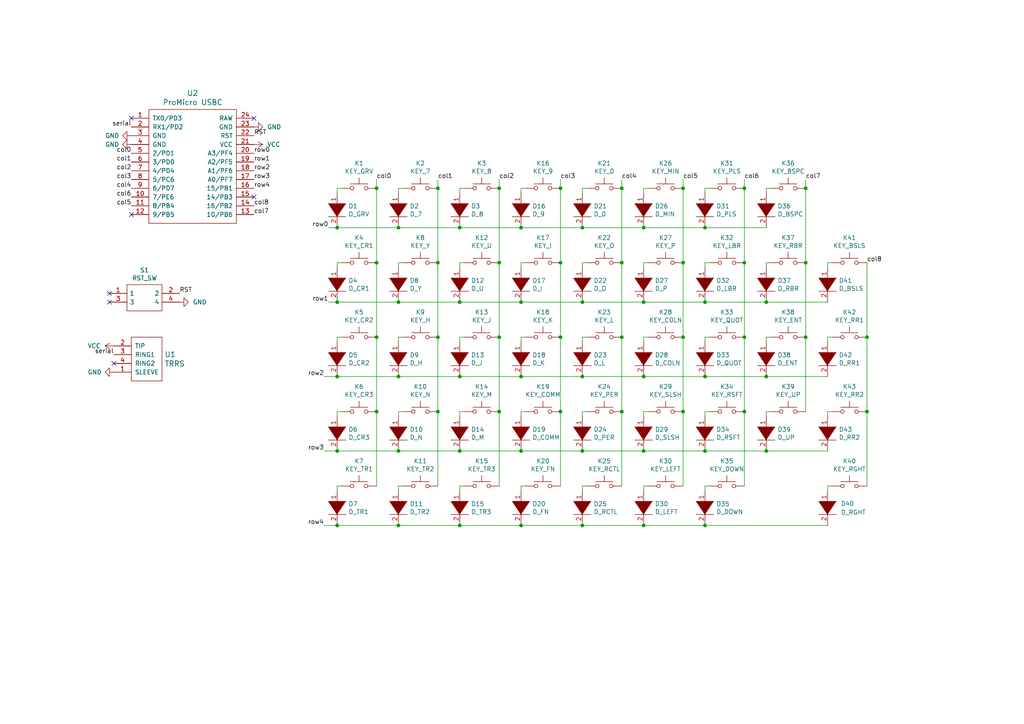
<source format=kicad_sch>
(kicad_sch (version 20211123) (generator eeschema)
  (paper "A4")
  (lib_symbols
    (symbol "Switch:SW_Push" (pin_numbers hide) (pin_names (offset 1.016) hide)
      (property "Reference" "SW" (at 1.27 2.54 0))
      (property "Value" "SW_Push" (at 0 -1.524 0))
      (symbol "SW_Push_0_1"
        (circle (center -2.032 0) (radius 0.508))
        (polyline (pts (xy 0 1.27) (xy 0 3.048)))
        (polyline (pts (xy 2.54 1.27) (xy -2.54 1.27)))
        (circle (center 2.032 0) (radius 0.508))
        (pin passive line (at -5.08 0 0) (length 2.54) (name "1") (number "1"))
        (pin passive line (at 5.08 0 180) (length 2.54) (name "2") (number "2"))
      )
    )
    (symbol "keebio:ProMicro_usbc_alibaba" (pin_names (offset 1.016))
      (property "Reference" "U" (at 0 0 0))
      (property "Value" "ProMicro_usbc_alibaba" (at 0 -19.05 0))
      (symbol "ProMicro_usbc_alibaba_0_1"
        (rectangle (start -12.7 -16.51) (end 12.7 16.51))
      )
      (symbol "ProMicro_usbc_alibaba_1_1"
        (pin input line (at -17.78 13.97 0) (length 5.08) (name "TX0/PD3") (number "1"))
        (pin input line (at -17.78 -8.89 0) (length 5.08) (name "7/PE6") (number "10"))
        (pin input line (at -17.78 -11.43 0) (length 5.08) (name "8/PB4") (number "11"))
        (pin input line (at -17.78 -13.97 0) (length 5.08) (name "9/PB5") (number "12"))
        (pin input line (at 17.78 -13.97 180) (length 5.08) (name "10/PB6") (number "13"))
        (pin input line (at 17.78 -11.43 180) (length 5.08) (name "16/PB2") (number "14"))
        (pin input line (at 17.78 -8.89 180) (length 5.08) (name "14/PB3") (number "15"))
        (pin input line (at 17.78 -6.35 180) (length 5.08) (name "15/PB1") (number "16"))
        (pin input line (at 17.78 -3.81 180) (length 5.08) (name "A0/PF7") (number "17"))
        (pin input line (at 17.78 -1.27 180) (length 5.08) (name "A1/PF6") (number "18"))
        (pin input line (at 17.78 1.27 180) (length 5.08) (name "A2/PF5") (number "19"))
        (pin input line (at -17.78 11.43 0) (length 5.08) (name "RX1/PD2") (number "2"))
        (pin input line (at 17.78 3.81 180) (length 5.08) (name "A3/PF4") (number "20"))
        (pin input line (at 17.78 6.35 180) (length 5.08) (name "VCC") (number "21"))
        (pin input line (at 17.78 8.89 180) (length 5.08) (name "RST") (number "22"))
        (pin input line (at 17.78 11.43 180) (length 5.08) (name "GND") (number "23"))
        (pin input line (at 17.78 13.97 180) (length 5.08) (name "RAW") (number "24"))
        (pin input line (at -17.78 8.89 0) (length 5.08) (name "GND") (number "3"))
        (pin input line (at -17.78 6.35 0) (length 5.08) (name "GND") (number "4"))
        (pin input line (at -17.78 3.81 0) (length 5.08) (name "2/PD1") (number "5"))
        (pin input line (at -17.78 1.27 0) (length 5.08) (name "3/PD0") (number "6"))
        (pin input line (at -17.78 -1.27 0) (length 5.08) (name "4/PD4") (number "7"))
        (pin input line (at -17.78 -3.81 0) (length 5.08) (name "5/PC6") (number "8"))
        (pin input line (at -17.78 -6.35 0) (length 5.08) (name "6/PD7") (number "9"))
      )
    )
    (symbol "keebio:TRRS" (pin_names (offset 1.016))
      (property "Reference" "U" (at 0 15.24 0))
      (property "Value" "TRRS" (at 0 -2.54 0))
      (symbol "TRRS_0_1"
        (rectangle (start -3.81 0) (end -3.81 12.7))
        (rectangle (start -3.81 12.7) (end 5.08 12.7))
        (rectangle (start 5.08 0) (end -3.81 0))
        (rectangle (start 5.08 12.7) (end 5.08 0))
      )
      (symbol "TRRS_1_1"
        (pin input line (at -8.89 2.54 0) (length 5.08) (name "SLEEVE") (number "1"))
        (pin input line (at -8.89 10.16 0) (length 5.08) (name "TIP") (number "2"))
        (pin input line (at -8.89 7.62 0) (length 5.08) (name "RING1") (number "3"))
        (pin input line (at -8.89 5.08 0) (length 5.08) (name "RING2") (number "4"))
      )
    )
    (symbol "mouser:LL3301NF065QG" (pin_names (offset 0.762))
      (property "Reference" "S" (at 16.51 7.62 0))
      (property "Value" "LL3301NF065QG" (at 16.51 5.08 0))
      (symbol "LL3301NF065QG_0_0"
        (pin unspecified line (at 0 0 0) (length 5.08) (name "1") (number "1"))
        (pin unspecified line (at 20.32 0 180) (length 5.08) (name "2") (number "2"))
        (pin unspecified line (at 0 -2.54 0) (length 5.08) (name "3") (number "3"))
        (pin unspecified line (at 20.32 -2.54 180) (length 5.08) (name "4") (number "4"))
      )
      (symbol "LL3301NF065QG_0_1"
        (polyline (pts (xy 5.08 2.54) (xy 15.24 2.54) (xy 15.24 -5.08) (xy 5.08 -5.08) (xy 5.08 2.54)) (stroke (width 0.1524)))
      )
    )
    (symbol "power:GND" (power) (pin_names (offset 0))
      (property "Value" "GND" (at 0 -3.81 0))
      (symbol "GND_0_1"
        (polyline (pts (xy 0 0) (xy 0 -1.27) (xy 1.27 -1.27) (xy 0 -2.54) (xy -1.27 -1.27) (xy 0 -1.27)))
      )
      (symbol "GND_1_1"
        (pin power_in line (at 0 0 270) (length 0) hide (name "GND") (number "1"))
      )
    )
    (symbol "power:VCC" (power) (pin_names (offset 0))
      (property "Value" "VCC" (at 0 3.81 0))
      (symbol "VCC_0_1"
        (polyline (pts (xy -0.762 1.27) (xy 0 2.54)))
        (polyline (pts (xy 0 0) (xy 0 2.54)))
        (polyline (pts (xy 0 2.54) (xy 0.762 1.27)))
      )
      (symbol "VCC_1_1"
        (pin power_in line (at 0 0 90) (length 0) hide (name "VCC") (number "1"))
      )
    )
    (symbol "pspice:DIODE" (pin_names (offset 1.016) hide)
      (property "Reference" "D" (at 0 3.81 0))
      (property "Value" "DIODE" (at 0 -4.445 0))
      (symbol "DIODE_0_1"
        (polyline (pts (xy 1.905 2.54) (xy 1.905 -2.54)))
        (polyline (pts (xy -1.905 2.54) (xy -1.905 -2.54) (xy 1.905 0)) (fill (type outline)))
      )
      (symbol "DIODE_1_1"
        (pin input line (at -5.08 0 0) (length 3.81) (name "K") (number "1"))
        (pin input line (at 5.08 0 180) (length 3.81) (name "A") (number "2"))
      )
    )
  )
  (junction (at 180.34 119.38))
  (junction (at 233.68 76.2))
  (junction (at 233.68 54.61))
  (junction (at 233.68 97.79))
  (junction (at 204.47 109.22))
  (junction (at 144.78 76.2))
  (junction (at 97.79 87.63))
  (junction (at 204.47 87.63))
  (junction (at 186.69 152.4))
  (junction (at 133.35 152.4))
  (junction (at 168.91 87.63))
  (junction (at 109.22 119.38))
  (junction (at 97.79 152.4))
  (junction (at 186.69 66.04))
  (junction (at 127 76.2))
  (junction (at 127 97.79))
  (junction (at 115.57 87.63))
  (junction (at 162.56 54.61))
  (junction (at 251.46 119.38))
  (junction (at 151.13 130.81))
  (junction (at 198.12 54.61))
  (junction (at 133.35 87.63))
  (junction (at 180.34 97.79))
  (junction (at 222.25 109.22))
  (junction (at 97.79 66.04))
  (junction (at 204.47 66.04))
  (junction (at 215.9 76.2))
  (junction (at 144.78 97.79))
  (junction (at 186.69 109.22))
  (junction (at 204.47 152.4))
  (junction (at 215.9 54.61))
  (junction (at 168.91 130.81))
  (junction (at 168.91 152.4))
  (junction (at 162.56 76.2))
  (junction (at 133.35 130.81))
  (junction (at 115.57 130.81))
  (junction (at 198.12 76.2))
  (junction (at 115.57 152.4))
  (junction (at 180.34 54.61))
  (junction (at 133.35 109.22))
  (junction (at 222.25 87.63))
  (junction (at 97.79 109.22))
  (junction (at 215.9 119.38))
  (junction (at 109.22 54.61))
  (junction (at 133.35 66.04))
  (junction (at 204.47 130.81))
  (junction (at 151.13 87.63))
  (junction (at 162.56 119.38))
  (junction (at 115.57 66.04))
  (junction (at 97.79 130.81))
  (junction (at 222.25 130.81))
  (junction (at 127 54.61))
  (junction (at 198.12 97.79))
  (junction (at 180.34 76.2))
  (junction (at 109.22 76.2))
  (junction (at 109.22 97.79))
  (junction (at 186.69 130.81))
  (junction (at 151.13 109.22))
  (junction (at 186.69 87.63))
  (junction (at 198.12 119.38))
  (junction (at 151.13 66.04))
  (junction (at 215.9 97.79))
  (junction (at 162.56 97.79))
  (junction (at 251.46 97.79))
  (junction (at 151.13 152.4))
  (junction (at 168.91 109.22))
  (junction (at 168.91 66.04))
  (junction (at 144.78 119.38))
  (junction (at 127 119.38))
  (junction (at 115.57 109.22))
  (junction (at 144.78 54.61))
  (no_connect (at 33.02 105.41))
  (no_connect (at 73.66 57.15))
  (no_connect (at 31.75 85.09))
  (no_connect (at 31.75 87.63))
  (no_connect (at 38.1 34.29))
  (no_connect (at 73.66 34.29))
  (no_connect (at 38.1 62.23))
  (wire (pts (xy 198.12 54.61) (xy 198.12 76.2)))
  (wire (pts (xy 223.52 76.2) (xy 222.25 76.2)))
  (wire (pts (xy 116.84 140.97) (xy 115.57 140.97)))
  (wire (pts (xy 133.35 130.81) (xy 151.13 130.81)))
  (wire (pts (xy 186.69 130.81) (xy 168.91 130.81)))
  (wire (pts (xy 168.91 140.97) (xy 168.91 142.24)))
  (wire (pts (xy 204.47 76.2) (xy 204.47 77.47)))
  (wire (pts (xy 168.91 119.38) (xy 168.91 120.65)))
  (wire (pts (xy 186.69 119.38) (xy 186.69 120.65)))
  (wire (pts (xy 240.03 119.38) (xy 240.03 120.65)))
  (wire (pts (xy 205.74 54.61) (xy 204.47 54.61)))
  (wire (pts (xy 170.18 76.2) (xy 168.91 76.2)))
  (wire (pts (xy 133.35 152.4) (xy 115.57 152.4)))
  (wire (pts (xy 222.25 54.61) (xy 222.25 55.88)))
  (wire (pts (xy 240.03 140.97) (xy 240.03 142.24)))
  (wire (pts (xy 152.4 54.61) (xy 151.13 54.61)))
  (wire (pts (xy 162.56 119.38) (xy 162.56 140.97)))
  (wire (pts (xy 186.69 140.97) (xy 186.69 142.24)))
  (wire (pts (xy 241.3 97.79) (xy 240.03 97.79)))
  (wire (pts (xy 133.35 119.38) (xy 133.35 120.65)))
  (wire (pts (xy 116.84 76.2) (xy 115.57 76.2)))
  (wire (pts (xy 133.35 140.97) (xy 133.35 142.24)))
  (wire (pts (xy 215.9 76.2) (xy 215.9 97.79)))
  (wire (pts (xy 180.34 119.38) (xy 180.34 140.97)))
  (wire (pts (xy 127 97.79) (xy 127 119.38)))
  (wire (pts (xy 115.57 97.79) (xy 115.57 99.06)))
  (wire (pts (xy 233.68 76.2) (xy 233.68 97.79)))
  (wire (pts (xy 223.52 97.79) (xy 222.25 97.79)))
  (wire (pts (xy 133.35 97.79) (xy 133.35 99.06)))
  (wire (pts (xy 204.47 87.63) (xy 222.25 87.63)))
  (wire (pts (xy 204.47 109.22) (xy 222.25 109.22)))
  (wire (pts (xy 151.13 76.2) (xy 151.13 77.47)))
  (wire (pts (xy 99.06 119.38) (xy 97.79 119.38)))
  (wire (pts (xy 186.69 130.81) (xy 204.47 130.81)))
  (wire (pts (xy 241.3 119.38) (xy 240.03 119.38)))
  (wire (pts (xy 97.79 87.63) (xy 95.25 87.63)))
  (wire (pts (xy 204.47 130.81) (xy 222.25 130.81)))
  (wire (pts (xy 251.46 76.2) (xy 251.46 97.79)))
  (wire (pts (xy 205.74 140.97) (xy 204.47 140.97)))
  (wire (pts (xy 133.35 66.04) (xy 115.57 66.04)))
  (wire (pts (xy 204.47 66.04) (xy 222.25 66.04)))
  (wire (pts (xy 198.12 119.38) (xy 198.12 140.97)))
  (wire (pts (xy 151.13 119.38) (xy 151.13 120.65)))
  (wire (pts (xy 151.13 87.63) (xy 168.91 87.63)))
  (wire (pts (xy 133.35 109.22) (xy 151.13 109.22)))
  (wire (pts (xy 133.35 76.2) (xy 133.35 77.47)))
  (wire (pts (xy 215.9 54.61) (xy 215.9 52.07)))
  (wire (pts (xy 170.18 119.38) (xy 168.91 119.38)))
  (wire (pts (xy 222.25 109.22) (xy 240.03 109.22)))
  (wire (pts (xy 97.79 152.4) (xy 115.57 152.4)))
  (wire (pts (xy 168.91 76.2) (xy 168.91 77.47)))
  (wire (pts (xy 170.18 97.79) (xy 168.91 97.79)))
  (wire (pts (xy 215.9 97.79) (xy 215.9 119.38)))
  (wire (pts (xy 168.91 97.79) (xy 168.91 99.06)))
  (wire (pts (xy 186.69 76.2) (xy 186.69 77.47)))
  (wire (pts (xy 144.78 97.79) (xy 144.78 119.38)))
  (wire (pts (xy 127 76.2) (xy 127 97.79)))
  (wire (pts (xy 151.13 140.97) (xy 151.13 142.24)))
  (wire (pts (xy 186.69 66.04) (xy 168.91 66.04)))
  (wire (pts (xy 99.06 140.97) (xy 97.79 140.97)))
  (wire (pts (xy 115.57 54.61) (xy 115.57 55.88)))
  (wire (pts (xy 134.62 76.2) (xy 133.35 76.2)))
  (wire (pts (xy 109.22 76.2) (xy 109.22 97.79)))
  (wire (pts (xy 223.52 119.38) (xy 222.25 119.38)))
  (wire (pts (xy 187.96 76.2) (xy 186.69 76.2)))
  (wire (pts (xy 186.69 109.22) (xy 168.91 109.22)))
  (wire (pts (xy 187.96 97.79) (xy 186.69 97.79)))
  (wire (pts (xy 99.06 54.61) (xy 97.79 54.61)))
  (wire (pts (xy 233.68 97.79) (xy 233.68 119.38)))
  (wire (pts (xy 144.78 54.61) (xy 144.78 52.07)))
  (wire (pts (xy 204.47 152.4) (xy 240.03 152.4)))
  (wire (pts (xy 198.12 97.79) (xy 198.12 119.38)))
  (wire (pts (xy 152.4 97.79) (xy 151.13 97.79)))
  (wire (pts (xy 127 54.61) (xy 127 76.2)))
  (wire (pts (xy 186.69 152.4) (xy 168.91 152.4)))
  (wire (pts (xy 187.96 119.38) (xy 186.69 119.38)))
  (wire (pts (xy 204.47 152.4) (xy 186.69 152.4)))
  (wire (pts (xy 97.79 119.38) (xy 97.79 120.65)))
  (wire (pts (xy 180.34 54.61) (xy 180.34 52.07)))
  (wire (pts (xy 115.57 119.38) (xy 115.57 120.65)))
  (wire (pts (xy 133.35 54.61) (xy 133.35 55.88)))
  (wire (pts (xy 151.13 66.04) (xy 168.91 66.04)))
  (wire (pts (xy 180.34 97.79) (xy 180.34 119.38)))
  (wire (pts (xy 97.79 76.2) (xy 97.79 77.47)))
  (wire (pts (xy 116.84 119.38) (xy 115.57 119.38)))
  (wire (pts (xy 134.62 119.38) (xy 133.35 119.38)))
  (wire (pts (xy 133.35 87.63) (xy 115.57 87.63)))
  (wire (pts (xy 186.69 54.61) (xy 186.69 55.88)))
  (wire (pts (xy 97.79 140.97) (xy 97.79 142.24)))
  (wire (pts (xy 204.47 140.97) (xy 204.47 142.24)))
  (wire (pts (xy 240.03 76.2) (xy 240.03 77.47)))
  (wire (pts (xy 109.22 97.79) (xy 109.22 119.38)))
  (wire (pts (xy 151.13 97.79) (xy 151.13 99.06)))
  (wire (pts (xy 93.98 130.81) (xy 97.79 130.81)))
  (wire (pts (xy 115.57 76.2) (xy 115.57 77.47)))
  (wire (pts (xy 162.56 54.61) (xy 162.56 52.07)))
  (wire (pts (xy 151.13 152.4) (xy 168.91 152.4)))
  (wire (pts (xy 97.79 97.79) (xy 97.79 99.06)))
  (wire (pts (xy 144.78 119.38) (xy 144.78 140.97)))
  (wire (pts (xy 99.06 76.2) (xy 97.79 76.2)))
  (wire (pts (xy 186.69 109.22) (xy 204.47 109.22)))
  (wire (pts (xy 162.56 54.61) (xy 162.56 76.2)))
  (wire (pts (xy 152.4 76.2) (xy 151.13 76.2)))
  (wire (pts (xy 127 54.61) (xy 127 52.07)))
  (wire (pts (xy 168.91 54.61) (xy 168.91 55.88)))
  (wire (pts (xy 215.9 54.61) (xy 215.9 76.2)))
  (wire (pts (xy 186.69 97.79) (xy 186.69 99.06)))
  (wire (pts (xy 109.22 119.38) (xy 109.22 140.97)))
  (wire (pts (xy 97.79 130.81) (xy 115.57 130.81)))
  (wire (pts (xy 222.25 130.81) (xy 240.03 130.81)))
  (wire (pts (xy 170.18 140.97) (xy 168.91 140.97)))
  (wire (pts (xy 115.57 140.97) (xy 115.57 142.24)))
  (wire (pts (xy 116.84 54.61) (xy 115.57 54.61)))
  (wire (pts (xy 109.22 54.61) (xy 109.22 52.07)))
  (wire (pts (xy 222.25 76.2) (xy 222.25 77.47)))
  (wire (pts (xy 133.35 130.81) (xy 115.57 130.81)))
  (wire (pts (xy 180.34 76.2) (xy 180.34 97.79)))
  (wire (pts (xy 198.12 54.61) (xy 198.12 52.07)))
  (wire (pts (xy 241.3 140.97) (xy 240.03 140.97)))
  (wire (pts (xy 97.79 54.61) (xy 97.79 55.88)))
  (wire (pts (xy 170.18 54.61) (xy 168.91 54.61)))
  (wire (pts (xy 204.47 119.38) (xy 204.47 120.65)))
  (wire (pts (xy 93.98 152.4) (xy 97.79 152.4)))
  (wire (pts (xy 204.47 97.79) (xy 204.47 99.06)))
  (wire (pts (xy 97.79 109.22) (xy 115.57 109.22)))
  (wire (pts (xy 198.12 76.2) (xy 198.12 97.79)))
  (wire (pts (xy 187.96 54.61) (xy 186.69 54.61)))
  (wire (pts (xy 223.52 54.61) (xy 222.25 54.61)))
  (wire (pts (xy 144.78 54.61) (xy 144.78 76.2)))
  (wire (pts (xy 134.62 97.79) (xy 133.35 97.79)))
  (wire (pts (xy 109.22 54.61) (xy 109.22 76.2)))
  (wire (pts (xy 215.9 119.38) (xy 215.9 140.97)))
  (wire (pts (xy 97.79 66.04) (xy 95.25 66.04)))
  (wire (pts (xy 241.3 76.2) (xy 240.03 76.2)))
  (wire (pts (xy 133.35 109.22) (xy 115.57 109.22)))
  (wire (pts (xy 162.56 97.79) (xy 162.56 119.38)))
  (wire (pts (xy 144.78 76.2) (xy 144.78 97.79)))
  (wire (pts (xy 152.4 140.97) (xy 151.13 140.97)))
  (wire (pts (xy 151.13 109.22) (xy 168.91 109.22)))
  (wire (pts (xy 134.62 54.61) (xy 133.35 54.61)))
  (wire (pts (xy 97.79 87.63) (xy 115.57 87.63)))
  (wire (pts (xy 222.25 119.38) (xy 222.25 120.65)))
  (wire (pts (xy 204.47 54.61) (xy 204.47 55.88)))
  (wire (pts (xy 133.35 87.63) (xy 151.13 87.63)))
  (wire (pts (xy 205.74 76.2) (xy 204.47 76.2)))
  (wire (pts (xy 240.03 97.79) (xy 240.03 99.06)))
  (wire (pts (xy 152.4 119.38) (xy 151.13 119.38)))
  (wire (pts (xy 205.74 119.38) (xy 204.47 119.38)))
  (wire (pts (xy 127 119.38) (xy 127 140.97)))
  (wire (pts (xy 162.56 76.2) (xy 162.56 97.79)))
  (wire (pts (xy 233.68 54.61) (xy 233.68 52.07)))
  (wire (pts (xy 251.46 97.79) (xy 251.46 119.38)))
  (wire (pts (xy 151.13 54.61) (xy 151.13 55.88)))
  (wire (pts (xy 205.74 97.79) (xy 204.47 97.79)))
  (wire (pts (xy 99.06 97.79) (xy 97.79 97.79)))
  (wire (pts (xy 97.79 109.22) (xy 93.98 109.22)))
  (wire (pts (xy 222.25 87.63) (xy 240.03 87.63)))
  (wire (pts (xy 180.34 54.61) (xy 180.34 76.2)))
  (wire (pts (xy 186.69 87.63) (xy 168.91 87.63)))
  (wire (pts (xy 233.68 54.61) (xy 233.68 76.2)))
  (wire (pts (xy 186.69 66.04) (xy 204.47 66.04)))
  (wire (pts (xy 134.62 140.97) (xy 133.35 140.97)))
  (wire (pts (xy 116.84 97.79) (xy 115.57 97.79)))
  (wire (pts (xy 97.79 66.04) (xy 115.57 66.04)))
  (wire (pts (xy 251.46 119.38) (xy 251.46 140.97)))
  (wire (pts (xy 133.35 66.04) (xy 151.13 66.04)))
  (wire (pts (xy 222.25 97.79) (xy 222.25 99.06)))
  (wire (pts (xy 186.69 87.63) (xy 204.47 87.63)))
  (wire (pts (xy 187.96 140.97) (xy 186.69 140.97)))
  (wire (pts (xy 151.13 130.81) (xy 168.91 130.81)))
  (wire (pts (xy 133.35 152.4) (xy 151.13 152.4)))
  (label "RST" (at 73.66 39.37 0))
  (label "col8" (at 73.66 59.69 0))
  (label "col2" (at 144.78 52.07 0))
  (label "col8" (at 251.46 76.2 0))
  (label "row4" (at 73.66 54.61 0))
  (label "col7" (at 73.66 62.23 0))
  (label "col2" (at 38.1 49.53 180))
  (label "row4" (at 93.98 152.4 180))
  (label "row1" (at 73.66 46.99 0))
  (label "row3" (at 73.66 52.07 0))
  (label "serial" (at 38.1 36.83 180))
  (label "row0" (at 73.66 44.45 0))
  (label "RST" (at 52.07 85.09 0))
  (label "col6" (at 38.1 57.15 180))
  (label "col1" (at 38.1 46.99 180))
  (label "row0" (at 95.25 66.04 180))
  (label "col6" (at 215.9 52.07 0))
  (label "col7" (at 233.68 52.07 0))
  (label "row3" (at 93.98 130.81 180))
  (label "row2" (at 93.98 109.22 180))
  (label "col0" (at 109.22 52.07 0))
  (label "col0" (at 38.1 44.45 180))
  (label "col3" (at 38.1 52.07 180))
  (label "col4" (at 180.34 52.07 0))
  (label "col1" (at 127 52.07 0))
  (label "col4" (at 38.1 54.61 180))
  (label "col5" (at 198.12 52.07 0))
  (label "serial" (at 33.02 102.87 180))
  (label "col5" (at 38.1 59.69 180))
  (label "col3" (at 162.56 52.07 0))
  (label "row2" (at 73.66 49.53 0))
  (label "row1" (at 95.25 87.63 180))
  (symbol (lib_id "Switch:SW_Push") (at 104.14 54.61 0) (unit 1)
    (property "Reference" "K1" (at 104.14 47.371 0))
    (property "Value" "KEY_GRV" (at 104.14 49.6824 0))
    (property "Footprint" "keebs:Mx_Alps_100" (effects hide))
  )
  (symbol (lib_id "pspice:DIODE") (at 97.79 60.96 270) (unit 1)
    (property "Reference" "D1" (at 101.0412 59.7916 90) (effects (justify left)))
    (property "Value" "D_GRV" (at 101.0412 62.103 90) (effects (justify left)))
    (property "Footprint" "keyboard_parts:D_SOD123_axial" (effects hide))
  )
  (symbol (lib_id "Switch:SW_Push") (at 121.92 54.61 0) (unit 1)
    (property "Reference" "K2" (at 121.92 47.371 0))
    (property "Value" "KEY_7" (at 121.92 49.6824 0))
    (property "Footprint" "keebs:Mx_Alps_100" (effects hide))
  )
  (symbol (lib_id "pspice:DIODE") (at 115.57 60.96 270) (unit 1)
    (property "Reference" "D2" (at 118.8212 59.7916 90) (effects (justify left)))
    (property "Value" "D_7" (at 118.8212 62.103 90) (effects (justify left)))
    (property "Footprint" "keyboard_parts:D_SOD123_axial" (effects hide))
  )
  (symbol (lib_id "Switch:SW_Push") (at 139.7 54.61 0) (unit 1)
    (property "Reference" "K3" (at 139.7 47.371 0))
    (property "Value" "KEY_8" (at 139.7 49.6824 0))
    (property "Footprint" "keebs:Mx_Alps_100" (effects hide))
  )
  (symbol (lib_id "pspice:DIODE") (at 133.35 60.96 270) (unit 1)
    (property "Reference" "D3" (at 136.6012 59.7916 90) (effects (justify left)))
    (property "Value" "D_8" (at 136.6012 62.103 90) (effects (justify left)))
    (property "Footprint" "keyboard_parts:D_SOD123_axial" (effects hide))
  )
  (symbol (lib_id "Switch:SW_Push") (at 104.14 76.2 0) (unit 1)
    (property "Reference" "K4" (at 104.14 68.961 0))
    (property "Value" "KEY_CR1" (at 104.14 71.2724 0))
    (property "Footprint" "keebs:Mx_Alps_100" (effects hide))
  )
  (symbol (lib_id "pspice:DIODE") (at 97.79 82.55 270) (unit 1)
    (property "Reference" "D4" (at 101.0412 81.3816 90) (effects (justify left)))
    (property "Value" "D_CR1" (at 101.0412 83.693 90) (effects (justify left)))
    (property "Footprint" "keyboard_parts:D_SOD123_axial" (effects hide))
  )
  (symbol (lib_id "Switch:SW_Push") (at 121.92 76.2 0) (unit 1)
    (property "Reference" "K8" (at 121.92 68.961 0))
    (property "Value" "KEY_Y" (at 121.92 71.2724 0))
    (property "Footprint" "keebs:Mx_Alps_100" (effects hide))
  )
  (symbol (lib_id "pspice:DIODE") (at 115.57 82.55 270) (unit 1)
    (property "Reference" "D8" (at 118.8212 81.3816 90) (effects (justify left)))
    (property "Value" "D_Y" (at 118.8212 83.693 90) (effects (justify left)))
    (property "Footprint" "keyboard_parts:D_SOD123_axial" (effects hide))
  )
  (symbol (lib_id "Switch:SW_Push") (at 139.7 76.2 0) (unit 1)
    (property "Reference" "K12" (at 139.7 68.961 0))
    (property "Value" "KEY_U" (at 139.7 71.2724 0))
    (property "Footprint" "keebs:Mx_Alps_100" (effects hide))
  )
  (symbol (lib_id "pspice:DIODE") (at 133.35 82.55 270) (unit 1)
    (property "Reference" "D12" (at 136.6012 81.3816 90) (effects (justify left)))
    (property "Value" "D_U" (at 136.6012 83.693 90) (effects (justify left)))
    (property "Footprint" "keyboard_parts:D_SOD123_axial" (effects hide))
  )
  (symbol (lib_id "Switch:SW_Push") (at 157.48 54.61 0) (unit 1)
    (property "Reference" "K16" (at 157.48 47.371 0))
    (property "Value" "KEY_9" (at 157.48 49.6824 0))
    (property "Footprint" "keebs:Mx_Alps_100" (effects hide))
  )
  (symbol (lib_id "pspice:DIODE") (at 151.13 60.96 270) (unit 1)
    (property "Reference" "D16" (at 154.3812 59.7916 90) (effects (justify left)))
    (property "Value" "D_9" (at 154.3812 62.103 90) (effects (justify left)))
    (property "Footprint" "keyboard_parts:D_SOD123_axial" (effects hide))
  )
  (symbol (lib_id "Switch:SW_Push") (at 175.26 54.61 0) (unit 1)
    (property "Reference" "K21" (at 175.26 47.371 0))
    (property "Value" "KEY_0" (at 175.26 49.6824 0))
    (property "Footprint" "keebs:Mx_Alps_100" (effects hide))
  )
  (symbol (lib_id "pspice:DIODE") (at 168.91 60.96 270) (unit 1)
    (property "Reference" "D21" (at 172.1612 59.7916 90) (effects (justify left)))
    (property "Value" "D_0" (at 172.1612 62.103 90) (effects (justify left)))
    (property "Footprint" "keyboard_parts:D_SOD123_axial" (effects hide))
  )
  (symbol (lib_id "Switch:SW_Push") (at 193.04 54.61 0) (unit 1)
    (property "Reference" "K26" (at 193.04 47.371 0))
    (property "Value" "KEY_MIN" (at 193.04 49.6824 0))
    (property "Footprint" "keebs:Mx_Alps_100" (effects hide))
  )
  (symbol (lib_id "pspice:DIODE") (at 186.69 60.96 270) (unit 1)
    (property "Reference" "D26" (at 189.9412 59.7916 90) (effects (justify left)))
    (property "Value" "D_MIN" (at 189.9412 62.103 90) (effects (justify left)))
    (property "Footprint" "keyboard_parts:D_SOD123_axial" (effects hide))
  )
  (symbol (lib_id "Switch:SW_Push") (at 157.48 76.2 0) (unit 1)
    (property "Reference" "K17" (at 157.48 68.961 0))
    (property "Value" "KEY_I" (at 157.48 71.2724 0))
    (property "Footprint" "keebs:Mx_Alps_100" (effects hide))
  )
  (symbol (lib_id "pspice:DIODE") (at 151.13 82.55 270) (unit 1)
    (property "Reference" "D17" (at 154.3812 81.3816 90) (effects (justify left)))
    (property "Value" "D_I" (at 154.3812 83.693 90) (effects (justify left)))
    (property "Footprint" "keyboard_parts:D_SOD123_axial" (effects hide))
  )
  (symbol (lib_id "Switch:SW_Push") (at 175.26 76.2 0) (unit 1)
    (property "Reference" "K22" (at 175.26 68.961 0))
    (property "Value" "KEY_O" (at 175.26 71.2724 0))
    (property "Footprint" "keebs:Mx_Alps_100" (effects hide))
  )
  (symbol (lib_id "pspice:DIODE") (at 168.91 82.55 270) (unit 1)
    (property "Reference" "D22" (at 172.1612 81.3816 90) (effects (justify left)))
    (property "Value" "D_O" (at 172.1612 83.693 90) (effects (justify left)))
    (property "Footprint" "keyboard_parts:D_SOD123_axial" (effects hide))
  )
  (symbol (lib_id "Switch:SW_Push") (at 193.04 76.2 0) (unit 1)
    (property "Reference" "K27" (at 193.04 68.961 0))
    (property "Value" "KEY_P" (at 193.04 71.2724 0))
    (property "Footprint" "keebs:Mx_Alps_100" (effects hide))
  )
  (symbol (lib_id "pspice:DIODE") (at 186.69 82.55 270) (unit 1)
    (property "Reference" "D27" (at 189.9412 81.3816 90) (effects (justify left)))
    (property "Value" "D_P" (at 189.9412 83.693 90) (effects (justify left)))
    (property "Footprint" "keyboard_parts:D_SOD123_axial" (effects hide))
  )
  (symbol (lib_id "Switch:SW_Push") (at 210.82 54.61 0) (unit 1)
    (property "Reference" "K31" (at 210.82 47.371 0))
    (property "Value" "KEY_PLS" (at 210.82 49.6824 0))
    (property "Footprint" "keebs:Mx_Alps_100" (effects hide))
  )
  (symbol (lib_id "pspice:DIODE") (at 204.47 60.96 270) (unit 1)
    (property "Reference" "D31" (at 207.7212 59.7916 90) (effects (justify left)))
    (property "Value" "D_PLS" (at 207.7212 62.103 90) (effects (justify left)))
    (property "Footprint" "keyboard_parts:D_SOD123_axial" (effects hide))
  )
  (symbol (lib_id "Switch:SW_Push") (at 210.82 76.2 0) (unit 1)
    (property "Reference" "K32" (at 210.82 68.961 0))
    (property "Value" "KEY_LBR" (at 210.82 71.2724 0))
    (property "Footprint" "keebs:Mx_Alps_100" (effects hide))
  )
  (symbol (lib_id "pspice:DIODE") (at 204.47 82.55 270) (unit 1)
    (property "Reference" "D32" (at 207.7212 81.3816 90) (effects (justify left)))
    (property "Value" "D_LBR" (at 207.7212 83.693 90) (effects (justify left)))
    (property "Footprint" "keyboard_parts:D_SOD123_axial" (effects hide))
  )
  (symbol (lib_id "Switch:SW_Push") (at 104.14 97.79 0) (unit 1)
    (property "Reference" "K5" (at 104.14 90.551 0))
    (property "Value" "KEY_CR2" (at 104.14 92.8624 0))
    (property "Footprint" "keebs:Mx_Alps_100" (effects hide))
  )
  (symbol (lib_id "pspice:DIODE") (at 97.79 104.14 270) (unit 1)
    (property "Reference" "D5" (at 101.0412 102.9716 90) (effects (justify left)))
    (property "Value" "D_CR2" (at 101.0412 105.283 90) (effects (justify left)))
    (property "Footprint" "keyboard_parts:D_SOD123_axial" (effects hide))
  )
  (symbol (lib_id "Switch:SW_Push") (at 121.92 97.79 0) (unit 1)
    (property "Reference" "K9" (at 121.92 90.551 0))
    (property "Value" "KEY_H" (at 121.92 92.8624 0))
    (property "Footprint" "keebs:Mx_Alps_100" (effects hide))
  )
  (symbol (lib_id "pspice:DIODE") (at 115.57 104.14 270) (unit 1)
    (property "Reference" "D9" (at 118.8212 102.9716 90) (effects (justify left)))
    (property "Value" "D_H" (at 118.8212 105.283 90) (effects (justify left)))
    (property "Footprint" "keyboard_parts:D_SOD123_axial" (effects hide))
  )
  (symbol (lib_id "Switch:SW_Push") (at 139.7 97.79 0) (unit 1)
    (property "Reference" "K13" (at 139.7 90.551 0))
    (property "Value" "KEY_J" (at 139.7 92.8624 0))
    (property "Footprint" "keebs:Mx_Alps_100" (effects hide))
  )
  (symbol (lib_id "pspice:DIODE") (at 133.35 104.14 270) (unit 1)
    (property "Reference" "D13" (at 136.6012 102.9716 90) (effects (justify left)))
    (property "Value" "D_J" (at 136.6012 105.283 90) (effects (justify left)))
    (property "Footprint" "keyboard_parts:D_SOD123_axial" (effects hide))
  )
  (symbol (lib_id "Switch:SW_Push") (at 157.48 97.79 0) (unit 1)
    (property "Reference" "K18" (at 157.48 90.551 0))
    (property "Value" "KEY_K" (at 157.48 92.8624 0))
    (property "Footprint" "keebs:Mx_Alps_100" (effects hide))
  )
  (symbol (lib_id "pspice:DIODE") (at 151.13 104.14 270) (unit 1)
    (property "Reference" "D18" (at 154.3812 102.9716 90) (effects (justify left)))
    (property "Value" "D_K" (at 154.3812 105.283 90) (effects (justify left)))
    (property "Footprint" "keyboard_parts:D_SOD123_axial" (effects hide))
  )
  (symbol (lib_id "Switch:SW_Push") (at 175.26 97.79 0) (unit 1)
    (property "Reference" "K23" (at 175.26 90.551 0))
    (property "Value" "KEY_L" (at 175.26 92.8624 0))
    (property "Footprint" "keebs:Mx_Alps_100" (effects hide))
  )
  (symbol (lib_id "pspice:DIODE") (at 168.91 104.14 270) (unit 1)
    (property "Reference" "D23" (at 172.1612 102.9716 90) (effects (justify left)))
    (property "Value" "D_L" (at 172.1612 105.283 90) (effects (justify left)))
    (property "Footprint" "keyboard_parts:D_SOD123_axial" (effects hide))
  )
  (symbol (lib_id "Switch:SW_Push") (at 193.04 97.79 0) (unit 1)
    (property "Reference" "K28" (at 193.04 90.551 0))
    (property "Value" "KEY_COLN" (at 193.04 92.8624 0))
    (property "Footprint" "keebs:Mx_Alps_100" (effects hide))
  )
  (symbol (lib_id "pspice:DIODE") (at 186.69 104.14 270) (unit 1)
    (property "Reference" "D28" (at 189.9412 102.9716 90) (effects (justify left)))
    (property "Value" "D_COLN" (at 189.9412 105.283 90) (effects (justify left)))
    (property "Footprint" "keyboard_parts:D_SOD123_axial" (effects hide))
  )
  (symbol (lib_id "Switch:SW_Push") (at 210.82 97.79 0) (unit 1)
    (property "Reference" "K33" (at 210.82 90.551 0))
    (property "Value" "KEY_QUOT" (at 210.82 92.8624 0))
    (property "Footprint" "keebs:Mx_Alps_100" (effects hide))
  )
  (symbol (lib_id "pspice:DIODE") (at 204.47 104.14 270) (unit 1)
    (property "Reference" "D33" (at 207.7212 102.9716 90) (effects (justify left)))
    (property "Value" "D_QUOT" (at 207.7212 105.283 90) (effects (justify left)))
    (property "Footprint" "keyboard_parts:D_SOD123_axial" (effects hide))
  )
  (symbol (lib_id "Switch:SW_Push") (at 104.14 119.38 0) (unit 1)
    (property "Reference" "K6" (at 104.14 112.141 0))
    (property "Value" "KEY_CR3" (at 104.14 114.4524 0))
    (property "Footprint" "keebs:Mx_Alps_100" (effects hide))
  )
  (symbol (lib_id "pspice:DIODE") (at 97.79 125.73 270) (unit 1)
    (property "Reference" "D6" (at 101.0412 124.5616 90) (effects (justify left)))
    (property "Value" "D_CR3" (at 101.0412 126.873 90) (effects (justify left)))
    (property "Footprint" "keyboard_parts:D_SOD123_axial" (effects hide))
  )
  (symbol (lib_id "Switch:SW_Push") (at 121.92 119.38 0) (unit 1)
    (property "Reference" "K10" (at 121.92 112.141 0))
    (property "Value" "KEY_N" (at 121.92 114.4524 0))
    (property "Footprint" "keebs:Mx_Alps_100" (effects hide))
  )
  (symbol (lib_id "pspice:DIODE") (at 115.57 125.73 270) (unit 1)
    (property "Reference" "D10" (at 118.8212 124.5616 90) (effects (justify left)))
    (property "Value" "D_N" (at 118.8212 126.873 90) (effects (justify left)))
    (property "Footprint" "keyboard_parts:D_SOD123_axial" (effects hide))
  )
  (symbol (lib_id "Switch:SW_Push") (at 139.7 119.38 0) (unit 1)
    (property "Reference" "K14" (at 139.7 112.141 0))
    (property "Value" "KEY_M" (at 139.7 114.4524 0))
    (property "Footprint" "keebs:Mx_Alps_100" (effects hide))
  )
  (symbol (lib_id "pspice:DIODE") (at 133.35 125.73 270) (unit 1)
    (property "Reference" "D14" (at 136.6012 124.5616 90) (effects (justify left)))
    (property "Value" "D_M" (at 136.6012 126.873 90) (effects (justify left)))
    (property "Footprint" "keyboard_parts:D_SOD123_axial" (effects hide))
  )
  (symbol (lib_id "Switch:SW_Push") (at 157.48 119.38 0) (unit 1)
    (property "Reference" "K19" (at 157.48 112.141 0))
    (property "Value" "KEY_COMM" (at 157.48 114.4524 0))
    (property "Footprint" "keebs:Mx_Alps_100" (effects hide))
  )
  (symbol (lib_id "pspice:DIODE") (at 151.13 125.73 270) (unit 1)
    (property "Reference" "D19" (at 154.3812 124.5616 90) (effects (justify left)))
    (property "Value" "D_COMM" (at 154.3812 126.873 90) (effects (justify left)))
    (property "Footprint" "keyboard_parts:D_SOD123_axial" (effects hide))
  )
  (symbol (lib_id "Switch:SW_Push") (at 175.26 119.38 0) (unit 1)
    (property "Reference" "K24" (at 175.26 112.141 0))
    (property "Value" "KEY_PER" (at 175.26 114.4524 0))
    (property "Footprint" "keebs:Mx_Alps_100" (effects hide))
  )
  (symbol (lib_id "pspice:DIODE") (at 168.91 125.73 270) (unit 1)
    (property "Reference" "D24" (at 172.1612 124.5616 90) (effects (justify left)))
    (property "Value" "D_PER" (at 172.1612 126.873 90) (effects (justify left)))
    (property "Footprint" "keyboard_parts:D_SOD123_axial" (effects hide))
  )
  (symbol (lib_id "Switch:SW_Push") (at 193.04 119.38 0) (unit 1)
    (property "Reference" "K29" (at 193.04 112.141 0))
    (property "Value" "KEY_SLSH" (at 193.04 114.4524 0))
    (property "Footprint" "keebs:Mx_Alps_100" (effects hide))
  )
  (symbol (lib_id "pspice:DIODE") (at 186.69 125.73 270) (unit 1)
    (property "Reference" "D29" (at 189.9412 124.5616 90) (effects (justify left)))
    (property "Value" "D_SLSH" (at 189.9412 126.873 90) (effects (justify left)))
    (property "Footprint" "keyboard_parts:D_SOD123_axial" (effects hide))
  )
  (symbol (lib_id "Switch:SW_Push") (at 210.82 119.38 0) (unit 1)
    (property "Reference" "K34" (at 210.82 112.141 0))
    (property "Value" "KEY_RSFT" (at 210.82 114.4524 0))
    (property "Footprint" "keebs:Mx_Alps_125" (effects hide))
  )
  (symbol (lib_id "pspice:DIODE") (at 204.47 125.73 270) (unit 1)
    (property "Reference" "D34" (at 207.7212 124.5616 90) (effects (justify left)))
    (property "Value" "D_RSFT" (at 207.7212 126.873 90) (effects (justify left)))
    (property "Footprint" "keyboard_parts:D_SOD123_axial" (effects hide))
  )
  (symbol (lib_id "Switch:SW_Push") (at 104.14 140.97 0) (unit 1)
    (property "Reference" "K7" (at 104.14 133.731 0))
    (property "Value" "KEY_TR1" (at 104.14 136.0424 0))
    (property "Footprint" "keebs:Mx_Alps_100" (effects hide))
  )
  (symbol (lib_id "pspice:DIODE") (at 97.79 147.32 270) (unit 1)
    (property "Reference" "D7" (at 101.0412 146.1516 90) (effects (justify left)))
    (property "Value" "D_TR1" (at 101.0412 148.463 90) (effects (justify left)))
    (property "Footprint" "keyboard_parts:D_SOD123_axial" (effects hide))
  )
  (symbol (lib_id "Switch:SW_Push") (at 121.92 140.97 0) (unit 1)
    (property "Reference" "K11" (at 121.92 133.731 0))
    (property "Value" "KEY_TR2" (at 121.92 136.0424 0))
    (property "Footprint" "keebs:Mx_Alps_125" (effects hide))
  )
  (symbol (lib_id "pspice:DIODE") (at 115.57 147.32 270) (unit 1)
    (property "Reference" "D11" (at 118.8212 146.1516 90) (effects (justify left)))
    (property "Value" "D_TR2" (at 118.8212 148.463 90) (effects (justify left)))
    (property "Footprint" "keyboard_parts:D_SOD123_axial" (effects hide))
  )
  (symbol (lib_id "Switch:SW_Push") (at 139.7 140.97 0) (unit 1)
    (property "Reference" "K15" (at 139.7 133.731 0))
    (property "Value" "KEY_TR3" (at 139.7 136.0424 0))
    (property "Footprint" "keebs:Mx_Alps_125" (effects hide))
  )
  (symbol (lib_id "pspice:DIODE") (at 133.35 147.32 270) (unit 1)
    (property "Reference" "D15" (at 136.6012 146.1516 90) (effects (justify left)))
    (property "Value" "D_TR3" (at 136.6012 148.463 90) (effects (justify left)))
    (property "Footprint" "keyboard_parts:D_SOD123_axial" (effects hide))
  )
  (symbol (lib_id "Switch:SW_Push") (at 157.48 140.97 0) (unit 1)
    (property "Reference" "K20" (at 157.48 133.731 0))
    (property "Value" "KEY_FN" (at 157.48 136.0424 0))
    (property "Footprint" "keebs:Mx_Alps_125" (effects hide))
  )
  (symbol (lib_id "pspice:DIODE") (at 151.13 147.32 270) (unit 1)
    (property "Reference" "D20" (at 154.3812 146.1516 90) (effects (justify left)))
    (property "Value" "D_FN" (at 154.3812 148.463 90) (effects (justify left)))
    (property "Footprint" "keyboard_parts:D_SOD123_axial" (effects hide))
  )
  (symbol (lib_id "Switch:SW_Push") (at 175.26 140.97 0) (unit 1)
    (property "Reference" "K25" (at 175.26 133.731 0))
    (property "Value" "KEY_RCTL" (at 175.26 136.0424 0))
    (property "Footprint" "keebs:Mx_Alps_125" (effects hide))
  )
  (symbol (lib_id "pspice:DIODE") (at 168.91 147.32 270) (unit 1)
    (property "Reference" "D25" (at 172.1612 146.1516 90) (effects (justify left)))
    (property "Value" "D_RCTL" (at 172.1612 148.463 90) (effects (justify left)))
    (property "Footprint" "keyboard_parts:D_SOD123_axial" (effects hide))
  )
  (symbol (lib_id "Switch:SW_Push") (at 193.04 140.97 0) (unit 1)
    (property "Reference" "K30" (at 193.04 133.731 0))
    (property "Value" "KEY_LEFT" (at 193.04 136.0424 0))
    (property "Footprint" "keebs:Mx_Alps_100" (effects hide))
  )
  (symbol (lib_id "pspice:DIODE") (at 186.69 147.32 270) (unit 1)
    (property "Reference" "D30" (at 189.9412 146.1516 90) (effects (justify left)))
    (property "Value" "D_LEFT" (at 189.9412 148.463 90) (effects (justify left)))
    (property "Footprint" "keyboard_parts:D_SOD123_axial" (effects hide))
  )
  (symbol (lib_id "keebio:TRRS") (at 41.91 110.49 0) (unit 1)
    (property "Reference" "U1" (at 47.7012 102.7938 0) (effects (font (size 1.524 1.524)) (justify left)))
    (property "Value" "TRRS" (at 47.7012 105.4862 0) (effects (font (size 1.524 1.524)) (justify left)))
    (property "Footprint" "keebio:TRRS-PJ-320A" (effects hide))
  )
  (symbol (lib_id "keebio:ProMicro_usbc_alibaba") (at 55.88 48.26 0) (unit 1)
    (property "Reference" "U2" (at 55.88 27.0002 0) (effects (font (size 1.524 1.524))))
    (property "Value" "ProMicro USBC" (at 55.88 29.6926 0) (effects (font (size 1.524 1.524))))
    (property "Footprint" "keebio:ArduinoProMicro-USBC-Alibaba" (effects hide))
  )
  (symbol (lib_id "mouser:LL3301NF065QG") (at 31.75 85.09 0) (unit 1)
    (property "Reference" "S1" (at 41.91 78.359 0))
    (property "Value" "RST_SW" (at 41.91 80.6704 0))
    (property "Footprint" "mouser:LL3301NF065QG" (effects hide))
    (property "Datasheet" "http://spec_sheets.e-switch.com/specs/P090002.pdf" (effects hide))
    (property "Description" "E-SWITCH - LL3301NF065QG - TACTILE SW, SPST, 0.05A, 12VDC, SOLDER" (effects hide))
    (property "Height" "4" (effects hide))
    (property "Mouser Part Number" "612-LL3301NF065QG" (effects hide))
    (property "Mouser Price/Stock" "https://www.mouser.co.uk/ProductDetail/E-Switch/LL3301NF065QG?qs=QtyuwXswaQiWhwgY68YTTw%3D%3D" (effects hide))
    (property "Manufacturer_Name" "E-Switch" (effects hide))
    (property "Manufacturer_Part_Number" "LL3301NF065QG" (effects hide))
  )
  (symbol (lib_id "Switch:SW_Push") (at 228.6 54.61 0) (unit 1)
    (property "Reference" "K36" (at 228.6 47.371 0))
    (property "Value" "KEY_BSPC" (at 228.6 49.6824 0))
    (property "Footprint" "keebs:Mx_Alps_150" (effects hide))
  )
  (symbol (lib_id "pspice:DIODE") (at 222.25 60.96 270) (unit 1)
    (property "Reference" "D36" (at 225.5012 59.7916 90) (effects (justify left)))
    (property "Value" "D_BSPC" (at 225.5012 62.103 90) (effects (justify left)))
    (property "Footprint" "keyboard_parts:D_SOD123_axial" (effects hide))
  )
  (symbol (lib_id "Switch:SW_Push") (at 228.6 76.2 0) (unit 1)
    (property "Reference" "K37" (at 228.6 68.961 0))
    (property "Value" "KEY_RBR" (at 228.6 71.2724 0))
    (property "Footprint" "keebs:Mx_Alps_100" (effects hide))
  )
  (symbol (lib_id "pspice:DIODE") (at 222.25 82.55 270) (unit 1)
    (property "Reference" "D37" (at 225.5012 81.3816 90) (effects (justify left)))
    (property "Value" "D_RBR" (at 225.5012 83.693 90) (effects (justify left)))
    (property "Footprint" "keyboard_parts:D_SOD123_axial" (effects hide))
  )
  (symbol (lib_id "Switch:SW_Push") (at 228.6 97.79 0) (unit 1)
    (property "Reference" "K38" (at 228.6 90.551 0))
    (property "Value" "KEY_ENT" (at 228.6 92.8624 0))
    (property "Footprint" "keebs:Mx_Alps_175" (effects hide))
  )
  (symbol (lib_id "pspice:DIODE") (at 222.25 104.14 270) (unit 1)
    (property "Reference" "D38" (at 225.5012 102.9716 90) (effects (justify left)))
    (property "Value" "D_ENT" (at 225.5012 105.283 90) (effects (justify left)))
    (property "Footprint" "keyboard_parts:D_SOD123_axial" (effects hide))
  )
  (symbol (lib_id "Switch:SW_Push") (at 228.6 119.38 0) (unit 1)
    (property "Reference" "K39" (at 228.6 112.141 0))
    (property "Value" "KEY_UP" (at 228.6 114.4524 0))
    (property "Footprint" "keebs:Mx_Alps_100" (effects hide))
  )
  (symbol (lib_id "pspice:DIODE") (at 222.25 125.73 270) (unit 1)
    (property "Reference" "D39" (at 225.5012 124.5616 90) (effects (justify left)))
    (property "Value" "D_UP" (at 225.5012 126.873 90) (effects (justify left)))
    (property "Footprint" "keyboard_parts:D_SOD123_axial" (effects hide))
  )
  (symbol (lib_id "Switch:SW_Push") (at 246.38 76.2 0) (unit 1)
    (property "Reference" "K41" (at 246.38 68.961 0))
    (property "Value" "KEY_BSLS" (at 246.38 71.2724 0))
    (property "Footprint" "keebs:Mx_Alps_100" (effects hide))
  )
  (symbol (lib_id "pspice:DIODE") (at 240.03 82.55 270) (unit 1)
    (property "Reference" "D41" (at 243.2812 81.3816 90) (effects (justify left)))
    (property "Value" "D_BSLS" (at 243.2812 83.693 90) (effects (justify left)))
    (property "Footprint" "keyboard_parts:D_SOD123_axial" (effects hide))
  )
  (symbol (lib_id "Switch:SW_Push") (at 210.82 140.97 0) (unit 1)
    (property "Reference" "K35" (at 210.82 133.731 0))
    (property "Value" "KEY_DOWN" (at 210.82 136.0424 0))
    (property "Footprint" "keebs:Mx_Alps_100" (effects hide))
  )
  (symbol (lib_id "pspice:DIODE") (at 204.47 147.32 270) (unit 1)
    (property "Reference" "D35" (at 207.7212 146.1516 90) (effects (justify left)))
    (property "Value" "D_DOWN" (at 207.7212 148.463 90) (effects (justify left)))
    (property "Footprint" "keyboard_parts:D_SOD123_axial" (effects hide))
  )
  (symbol (lib_id "Switch:SW_Push") (at 246.38 140.97 0) (unit 1)
    (property "Reference" "K40" (at 246.38 133.731 0))
    (property "Value" "KEY_RGHT" (at 246.38 136.0424 0))
    (property "Footprint" "keebs:Mx_Alps_100" (effects hide))
  )
  (symbol (lib_id "pspice:DIODE") (at 240.03 147.32 270) (unit 1)
    (property "Reference" "D40" (at 243.84 146.05 90) (effects (justify left)))
    (property "Value" "D_RGHT" (at 243.84 148.59 90) (effects (justify left)))
    (property "Footprint" "keyboard_parts:D_SOD123_axial" (effects hide))
  )
  (symbol (lib_id "Switch:SW_Push") (at 246.38 97.79 0) (unit 1)
    (property "Reference" "K42" (at 246.38 90.551 0))
    (property "Value" "KEY_RR1" (at 246.38 92.8624 0))
    (property "Footprint" "keebs:Mx_Alps_100" (effects hide))
  )
  (symbol (lib_id "pspice:DIODE") (at 240.03 104.14 270) (unit 1)
    (property "Reference" "D42" (at 243.2812 102.9716 90) (effects (justify left)))
    (property "Value" "D_RR1" (at 243.2812 105.283 90) (effects (justify left)))
    (property "Footprint" "keyboard_parts:D_SOD123_axial" (effects hide))
  )
  (symbol (lib_id "Switch:SW_Push") (at 246.38 119.38 0) (unit 1)
    (property "Reference" "K43" (at 246.38 112.141 0))
    (property "Value" "KEY_RR2" (at 246.38 114.4524 0))
    (property "Footprint" "keebs:Mx_Alps_100" (effects hide))
  )
  (symbol (lib_id "pspice:DIODE") (at 240.03 125.73 270) (unit 1)
    (property "Reference" "D43" (at 243.2812 124.5616 90) (effects (justify left)))
    (property "Value" "D_RR2" (at 243.2812 126.873 90) (effects (justify left)))
    (property "Footprint" "keyboard_parts:D_SOD123_axial" (effects hide))
  )
  (symbol (lib_id "power:VCC") (at 73.66 41.91 270) (unit 1)
    (property "Reference" "#PWR0101" (effects hide))
    (property "Value" "VCC" (at 77.47 41.9099 90) (effects (justify left)))
  )
  (symbol (lib_id "power:GND") (at 38.1 41.91 270) (unit 1)
    (property "Reference" "#PWR0104" (effects hide))
    (property "Value" "GND" (at 30.48 41.91 90) (effects (justify left)))
  )
  (symbol (lib_id "power:GND") (at 38.1 39.37 270) (unit 1)
    (property "Reference" "#PWR0103" (effects hide))
    (property "Value" "GND" (at 30.48 39.37 90) (effects (justify left)))
  )
  (symbol (lib_id "power:GND") (at 73.66 36.83 90) (unit 1)
    (property "Reference" "#PWR0102" (effects hide))
    (property "Value" "GND" (at 77.47 36.8299 90) (effects (justify right)))
  )
  (symbol (lib_id "power:GND") (at 52.07 87.63 90) (unit 1)
    (property "Reference" "#PWR0105" (effects hide))
    (property "Value" "GND" (at 55.88 87.6299 90) (effects (justify right)))
  )
  (symbol (lib_id "power:VCC") (at 33.02 100.33 90) (unit 1)
    (property "Reference" "#PWR0107" (effects hide))
    (property "Value" "VCC" (at 25.4 100.33 90) (effects (justify right)))
  )
  (symbol (lib_id "power:GND") (at 33.02 107.95 270) (unit 1)
    (property "Reference" "#PWR0106" (effects hide))
    (property "Value" "GND" (at 25.4 107.95 90) (effects (justify left)))
  )
)
</source>
